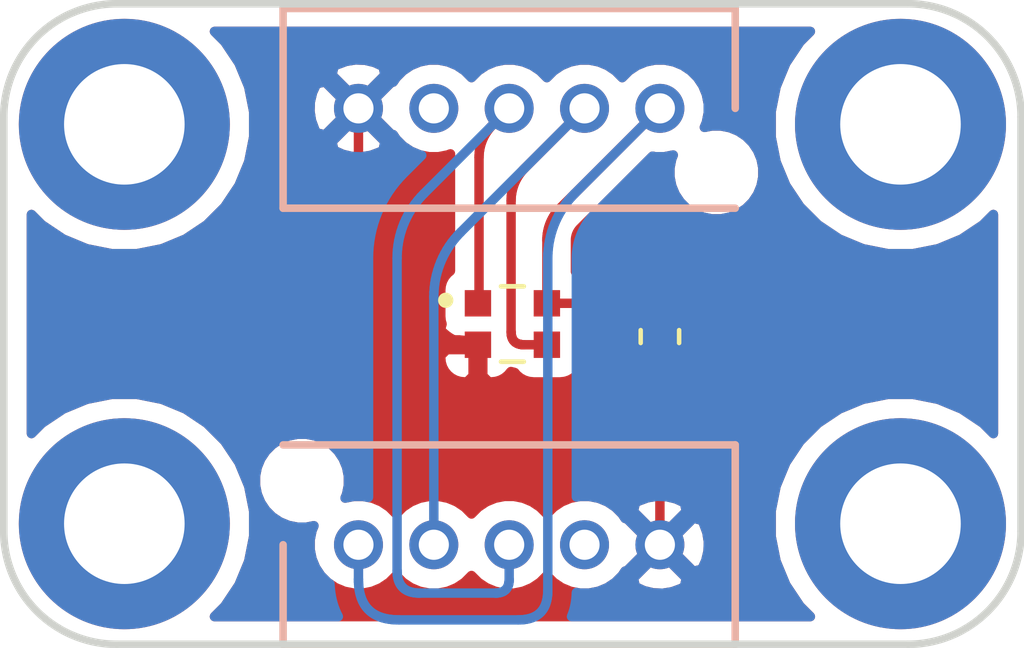
<source format=kicad_pcb>
(kicad_pcb (version 20171130) (host pcbnew "(5.1.10)-1")

  (general
    (thickness 1.6)
    (drawings 8)
    (tracks 312)
    (zones 0)
    (modules 8)
    (nets 7)
  )

  (page A4)
  (layers
    (0 F.Cu signal hide)
    (31 B.Cu signal hide)
    (32 B.Adhes user)
    (33 F.Adhes user)
    (34 B.Paste user)
    (35 F.Paste user)
    (36 B.SilkS user)
    (37 F.SilkS user)
    (38 B.Mask user)
    (39 F.Mask user)
    (40 Dwgs.User user)
    (41 Cmts.User user)
    (42 Eco1.User user)
    (43 Eco2.User user)
    (44 Edge.Cuts user)
    (45 Margin user)
    (46 B.CrtYd user)
    (47 F.CrtYd user)
    (48 B.Fab user)
    (49 F.Fab user)
  )

  (setup
    (last_trace_width 0.25)
    (trace_clearance 0.2)
    (zone_clearance 0.508)
    (zone_45_only no)
    (trace_min 0.2)
    (via_size 0.8)
    (via_drill 0.4)
    (via_min_size 0.4)
    (via_min_drill 0.3)
    (uvia_size 0.3)
    (uvia_drill 0.1)
    (uvias_allowed no)
    (uvia_min_size 0.2)
    (uvia_min_drill 0.1)
    (edge_width 0.05)
    (segment_width 0.2)
    (pcb_text_width 0.3)
    (pcb_text_size 1.5 1.5)
    (mod_edge_width 0.12)
    (mod_text_size 1 1)
    (mod_text_width 0.15)
    (pad_size 5.6 5.6)
    (pad_drill 0)
    (pad_to_mask_clearance 0)
    (aux_axis_origin 0 0)
    (visible_elements 7FFFFFFF)
    (pcbplotparams
      (layerselection 0x010fc_ffffffff)
      (usegerberextensions true)
      (usegerberattributes true)
      (usegerberadvancedattributes true)
      (creategerberjobfile true)
      (excludeedgelayer true)
      (linewidth 0.100000)
      (plotframeref false)
      (viasonmask false)
      (mode 1)
      (useauxorigin false)
      (hpglpennumber 1)
      (hpglpenspeed 20)
      (hpglpendiameter 15.000000)
      (psnegative false)
      (psa4output false)
      (plotreference true)
      (plotvalue true)
      (plotinvisibletext false)
      (padsonsilk false)
      (subtractmaskfromsilk false)
      (outputformat 1)
      (mirror false)
      (drillshape 0)
      (scaleselection 1)
      (outputdirectory "gerber"))
  )

  (net 0 "")
  (net 1 GND)
  (net 2 +5V)
  (net 3 /IN)
  (net 4 /OUT)
  (net 5 "Net-(J1-Pad4)")
  (net 6 "Net-(J2-Pad4)")

  (net_class Default "This is the default net class."
    (clearance 0.2)
    (trace_width 0.25)
    (via_dia 0.8)
    (via_drill 0.4)
    (uvia_dia 0.3)
    (uvia_drill 0.1)
    (add_net +5V)
    (add_net /IN)
    (add_net /OUT)
    (add_net GND)
    (add_net "Net-(J1-Pad4)")
    (add_net "Net-(J2-Pad4)")
  )

  (module footprint:LED_WS2812-2020 (layer F.Cu) (tedit 61165AE8) (tstamp 61431407)
    (at 134.706 99.0055)
    (path /6142F54B)
    (fp_text reference U1 (at 1.17686 -2.09129) (layer F.SilkS) hide
      (effects (font (size 1.00011 1.00011) (thickness 0.15)))
    )
    (fp_text value WS2812-2020 (at 7.355145 1.842715) (layer F.Fab)
      (effects (font (size 1.000591 1.000591) (thickness 0.15)))
    )
    (fp_circle (center -1.77 -0.63) (end -1.667044 -0.63) (layer F.SilkS) (width 0.2))
    (fp_line (start -0.3 1) (end 0.3 1) (layer F.SilkS) (width 0.127))
    (fp_line (start -0.3 -1) (end 0.3 -1) (layer F.SilkS) (width 0.127))
    (fp_circle (center -1.77 -0.63) (end -1.667044 -0.63) (layer F.Fab) (width 0.2))
    (fp_line (start -1.515 -1.25) (end -1.515 1.25) (layer F.CrtYd) (width 0.05))
    (fp_line (start 1.515 -1.25) (end -1.515 -1.25) (layer F.CrtYd) (width 0.05))
    (fp_line (start 1.515 1.25) (end 1.515 -1.25) (layer F.CrtYd) (width 0.05))
    (fp_line (start -1.515 1.25) (end 1.515 1.25) (layer F.CrtYd) (width 0.05))
    (fp_line (start -1.1 1) (end -1.1 -1) (layer F.Fab) (width 0.127))
    (fp_line (start 1.1 1) (end -1.1 1) (layer F.Fab) (width 0.127))
    (fp_line (start 1.1 -1) (end 1.1 1) (layer F.Fab) (width 0.127))
    (fp_line (start -1.1 -1) (end 1.1 -1) (layer F.Fab) (width 0.127))
    (pad 2 smd rect (at -0.915 0.55) (size 0.7 0.7) (layers F.Cu F.Paste F.Mask)
      (net 1 GND))
    (pad 1 smd rect (at -0.915 -0.55) (size 0.7 0.7) (layers F.Cu F.Paste F.Mask)
      (net 4 /OUT))
    (pad 4 smd rect (at 0.915 -0.55) (size 0.7 0.7) (layers F.Cu F.Paste F.Mask)
      (net 2 +5V))
    (pad 3 smd rect (at 0.915 0.55) (size 0.7 0.7) (layers F.Cu F.Paste F.Mask)
      (net 3 /IN))
  )

  (module footprint:B05B-PASK-1 (layer B.Cu) (tedit 6107B9CB) (tstamp 614313F3)
    (at 134.62 93.2815)
    (descr B05B-PASK-1)
    (tags Connector)
    (path /61457AD8)
    (fp_text reference J2 (at -0.389 1.561) (layer B.SilkS) hide
      (effects (font (size 1.27 1.27) (thickness 0.254)) (justify mirror))
    )
    (fp_text value Conn_01x05_Male (at -0.389 1.561) (layer B.SilkS) hide
      (effects (font (size 1.27 1.27) (thickness 0.254)) (justify mirror))
    )
    (fp_line (start -6 2.65) (end 6 2.65) (layer B.Fab) (width 0.2))
    (fp_line (start 6 2.65) (end 6 -2.65) (layer B.Fab) (width 0.2))
    (fp_line (start 6 -2.65) (end -6 -2.65) (layer B.Fab) (width 0.2))
    (fp_line (start -6 -2.65) (end -6 2.65) (layer B.Fab) (width 0.2))
    (fp_line (start 6 2.65) (end -6 2.65) (layer B.SilkS) (width 0.2))
    (fp_line (start -6 2.65) (end -6 -2.65) (layer B.SilkS) (width 0.2))
    (fp_line (start -6 -2.65) (end 6 -2.65) (layer B.SilkS) (width 0.2))
    (fp_line (start 6 -2.65) (end 6 0) (layer B.SilkS) (width 0.2))
    (fp_text user %R (at -0.389 1.561) (layer B.Fab)
      (effects (font (size 1.27 1.27) (thickness 0.254)) (justify mirror))
    )
    (pad 6 np_thru_hole circle (at 5.5 1.7) (size 1.2 0) (drill 1.2) (layers *.Cu *.Mask))
    (pad 1 thru_hole circle (at 4 0) (size 1.3 1.3) (drill 0.8) (layers *.Cu *.Mask)
      (net 2 +5V))
    (pad 2 thru_hole circle (at 2 0) (size 1.3 1.3) (drill 0.8) (layers *.Cu *.Mask)
      (net 3 /IN))
    (pad 3 thru_hole circle (at 0 0) (size 1.3 1.3) (drill 0.8) (layers *.Cu *.Mask)
      (net 4 /OUT))
    (pad 4 thru_hole circle (at -2 0) (size 1.3 1.3) (drill 0.8) (layers *.Cu *.Mask)
      (net 6 "Net-(J2-Pad4)"))
    (pad 5 thru_hole circle (at -4 0) (size 1.3 1.3) (drill 0.8) (layers *.Cu *.Mask)
      (net 1 GND))
  )

  (module footprint:B05B-PASK-1 (layer B.Cu) (tedit 6107B9CB) (tstamp 614313E0)
    (at 134.62 104.8639 180)
    (descr B05B-PASK-1)
    (tags Connector)
    (path /6142EAD0)
    (fp_text reference J1 (at -0.389 1.561) (layer B.SilkS) hide
      (effects (font (size 1.27 1.27) (thickness 0.254)) (justify mirror))
    )
    (fp_text value Conn_01x05_Male (at -0.389 1.561) (layer B.SilkS) hide
      (effects (font (size 1.27 1.27) (thickness 0.254)) (justify mirror))
    )
    (fp_line (start -6 2.65) (end 6 2.65) (layer B.Fab) (width 0.2))
    (fp_line (start 6 2.65) (end 6 -2.65) (layer B.Fab) (width 0.2))
    (fp_line (start 6 -2.65) (end -6 -2.65) (layer B.Fab) (width 0.2))
    (fp_line (start -6 -2.65) (end -6 2.65) (layer B.Fab) (width 0.2))
    (fp_line (start 6 2.65) (end -6 2.65) (layer B.SilkS) (width 0.2))
    (fp_line (start -6 2.65) (end -6 -2.65) (layer B.SilkS) (width 0.2))
    (fp_line (start -6 -2.65) (end 6 -2.65) (layer B.SilkS) (width 0.2))
    (fp_line (start 6 -2.65) (end 6 0) (layer B.SilkS) (width 0.2))
    (fp_text user %R (at -0.389 1.561) (layer B.Fab)
      (effects (font (size 1.27 1.27) (thickness 0.254)) (justify mirror))
    )
    (pad 6 np_thru_hole circle (at 5.5 1.7 180) (size 1.2 0) (drill 1.2) (layers *.Cu *.Mask))
    (pad 1 thru_hole circle (at 4 0 180) (size 1.3 1.3) (drill 0.8) (layers *.Cu *.Mask)
      (net 2 +5V))
    (pad 2 thru_hole circle (at 2 0 180) (size 1.3 1.3) (drill 0.8) (layers *.Cu *.Mask)
      (net 3 /IN))
    (pad 3 thru_hole circle (at 0 0 180) (size 1.3 1.3) (drill 0.8) (layers *.Cu *.Mask)
      (net 4 /OUT))
    (pad 4 thru_hole circle (at -2 0 180) (size 1.3 1.3) (drill 0.8) (layers *.Cu *.Mask)
      (net 5 "Net-(J1-Pad4)"))
    (pad 5 thru_hole circle (at -4 0 180) (size 1.3 1.3) (drill 0.8) (layers *.Cu *.Mask)
      (net 1 GND))
  )

  (module Capacitor_SMD:C_0603_1608Metric_Pad1.05x0.95mm_HandSolder (layer F.Cu) (tedit 5B301BBE) (tstamp 61431385)
    (at 138.6205 99.3381 270)
    (descr "Capacitor SMD 0603 (1608 Metric), square (rectangular) end terminal, IPC_7351 nominal with elongated pad for handsoldering. (Body size source: http://www.tortai-tech.com/upload/download/2011102023233369053.pdf), generated with kicad-footprint-generator")
    (tags "capacitor handsolder")
    (path /6142F55D)
    (attr smd)
    (fp_text reference C1 (at 0 -1.43 90) (layer F.SilkS) hide
      (effects (font (size 1 1) (thickness 0.15)))
    )
    (fp_text value C_Small (at 0 1.43 90) (layer F.Fab)
      (effects (font (size 1 1) (thickness 0.15)))
    )
    (fp_line (start 1.65 0.73) (end -1.65 0.73) (layer F.CrtYd) (width 0.05))
    (fp_line (start 1.65 -0.73) (end 1.65 0.73) (layer F.CrtYd) (width 0.05))
    (fp_line (start -1.65 -0.73) (end 1.65 -0.73) (layer F.CrtYd) (width 0.05))
    (fp_line (start -1.65 0.73) (end -1.65 -0.73) (layer F.CrtYd) (width 0.05))
    (fp_line (start -0.171267 0.51) (end 0.171267 0.51) (layer F.SilkS) (width 0.12))
    (fp_line (start -0.171267 -0.51) (end 0.171267 -0.51) (layer F.SilkS) (width 0.12))
    (fp_line (start 0.8 0.4) (end -0.8 0.4) (layer F.Fab) (width 0.1))
    (fp_line (start 0.8 -0.4) (end 0.8 0.4) (layer F.Fab) (width 0.1))
    (fp_line (start -0.8 -0.4) (end 0.8 -0.4) (layer F.Fab) (width 0.1))
    (fp_line (start -0.8 0.4) (end -0.8 -0.4) (layer F.Fab) (width 0.1))
    (fp_text user %R (at 0 0 90) (layer F.Fab)
      (effects (font (size 0.4 0.4) (thickness 0.06)))
    )
    (pad 2 smd roundrect (at 0.875 0 270) (size 1.05 0.95) (layers F.Cu F.Paste F.Mask) (roundrect_rratio 0.25)
      (net 1 GND))
    (pad 1 smd roundrect (at -0.875 0 270) (size 1.05 0.95) (layers F.Cu F.Paste F.Mask) (roundrect_rratio 0.25)
      (net 2 +5V))
    (model ${KISYS3DMOD}/Capacitor_SMD.3dshapes/C_0603_1608Metric.wrl
      (at (xyz 0 0 0))
      (scale (xyz 1 1 1))
      (rotate (xyz 0 0 0))
    )
  )

  (module MountingHole:MountingHole_3.2mm_M3_DIN965_Pad_TopBottom (layer F.Cu) (tedit 56D1B4CB) (tstamp 61432AEA)
    (at 124.406 104.3055)
    (descr "Mounting Hole 3.2mm, M3, DIN965")
    (tags "mounting hole 3.2mm m3 din965")
    (path /61435A0F)
    (attr virtual)
    (fp_text reference H3 (at 0 -3.8) (layer F.SilkS) hide
      (effects (font (size 1 1) (thickness 0.15)))
    )
    (fp_text value MountingHole (at 0 3.8) (layer F.Fab)
      (effects (font (size 1 1) (thickness 0.15)))
    )
    (fp_circle (center 0 0) (end 2.8 0) (layer Cmts.User) (width 0.15))
    (fp_circle (center 0 0) (end 3.05 0) (layer F.CrtYd) (width 0.05))
    (fp_text user %R (at 0.3 0) (layer F.Fab)
      (effects (font (size 1 1) (thickness 0.15)))
    )
    (pad 1 connect circle (at 0 0) (size 5.6 5.6) (layers B.Cu B.Mask))
    (pad 1 connect circle (at 0 0) (size 5.6 5.6) (layers F.Cu F.Mask))
    (pad 1 thru_hole circle (at 0 0) (size 3.6 3.6) (drill 3.2) (layers *.Cu *.Mask))
  )

  (module MountingHole:MountingHole_3.2mm_M3_DIN965_Pad_TopBottom (layer F.Cu) (tedit 56D1B4CB) (tstamp 61432AF4)
    (at 145.006 104.3055)
    (descr "Mounting Hole 3.2mm, M3, DIN965")
    (tags "mounting hole 3.2mm m3 din965")
    (path /61435A15)
    (attr virtual)
    (fp_text reference H4 (at 0 -3.8) (layer F.SilkS) hide
      (effects (font (size 1 1) (thickness 0.15)))
    )
    (fp_text value MountingHole (at 0 3.8) (layer F.Fab)
      (effects (font (size 1 1) (thickness 0.15)))
    )
    (fp_circle (center 0 0) (end 2.8 0) (layer Cmts.User) (width 0.15))
    (fp_circle (center 0 0) (end 3.05 0) (layer F.CrtYd) (width 0.05))
    (fp_text user %R (at 0.3 0) (layer F.Fab)
      (effects (font (size 1 1) (thickness 0.15)))
    )
    (pad 1 connect circle (at 0 0) (size 5.6 5.6) (layers B.Cu B.Mask))
    (pad 1 connect circle (at 0 0) (size 5.6 5.6) (layers F.Cu F.Mask))
    (pad 1 thru_hole circle (at 0 0) (size 3.6 3.6) (drill 3.2) (layers *.Cu *.Mask))
  )

  (module MountingHole:MountingHole_3.2mm_M3_DIN965_Pad_TopBottom (layer F.Cu) (tedit 56D1B4CB) (tstamp 61432AE0)
    (at 145.006 93.705501)
    (descr "Mounting Hole 3.2mm, M3, DIN965")
    (tags "mounting hole 3.2mm m3 din965")
    (path /61434D72)
    (attr virtual)
    (fp_text reference H2 (at 0 -3.8) (layer F.SilkS) hide
      (effects (font (size 1 1) (thickness 0.15)))
    )
    (fp_text value MountingHole (at 0 3.8) (layer F.Fab)
      (effects (font (size 1 1) (thickness 0.15)))
    )
    (fp_circle (center 0 0) (end 2.8 0) (layer Cmts.User) (width 0.15))
    (fp_circle (center 0 0) (end 3.05 0) (layer F.CrtYd) (width 0.05))
    (fp_text user %R (at 0.3 0) (layer F.Fab)
      (effects (font (size 1 1) (thickness 0.15)))
    )
    (pad 1 connect circle (at 0 0) (size 5.6 5.6) (layers B.Cu B.Mask))
    (pad 1 connect circle (at 0 0) (size 5.6 5.6) (layers F.Cu F.Mask))
    (pad 1 thru_hole circle (at 0 0) (size 3.6 3.6) (drill 3.2) (layers *.Cu *.Mask))
  )

  (module MountingHole:MountingHole_3.2mm_M3_DIN965_Pad_TopBottom (layer F.Cu) (tedit 56D1B4CB) (tstamp 61432AD6)
    (at 124.406 93.705501)
    (descr "Mounting Hole 3.2mm, M3, DIN965")
    (tags "mounting hole 3.2mm m3 din965")
    (path /6143415B)
    (attr virtual)
    (fp_text reference H1 (at 0 -3.8) (layer F.SilkS) hide
      (effects (font (size 1 1) (thickness 0.15)))
    )
    (fp_text value MountingHole (at 0 3.8) (layer F.Fab)
      (effects (font (size 1 1) (thickness 0.15)))
    )
    (fp_circle (center 0 0) (end 2.8 0) (layer Cmts.User) (width 0.15))
    (fp_circle (center 0 0) (end 3.05 0) (layer F.CrtYd) (width 0.05))
    (fp_text user %R (at 0.3 0) (layer F.Fab)
      (effects (font (size 1 1) (thickness 0.15)))
    )
    (pad 1 connect circle (at 0 0) (size 5.6 5.6) (layers B.Cu B.Mask))
    (pad 1 connect circle (at 0 0) (size 5.6 5.6) (layers F.Cu F.Mask))
    (pad 1 thru_hole circle (at 0 0) (size 3.6 3.6) (drill 3.2) (layers *.Cu *.Mask))
  )

  (gr_line (start 145.205999 90.505501) (end 124.206 90.505501) (layer Edge.Cuts) (width 0.2))
  (gr_arc (start 124.206 93.505501) (end 124.206 90.505501) (angle -90) (layer Edge.Cuts) (width 0.2))
  (gr_line (start 121.206 93.505501) (end 121.206 104.5055) (layer Edge.Cuts) (width 0.2))
  (gr_arc (start 145.206 104.5055) (end 145.206 107.5055) (angle -90) (layer Edge.Cuts) (width 0.2))
  (gr_arc (start 124.206 104.5055) (end 121.206 104.5055) (angle -90) (layer Edge.Cuts) (width 0.2))
  (gr_arc (start 145.205999 93.505501) (end 148.205999 93.505501) (angle -90) (layer Edge.Cuts) (width 0.2))
  (gr_line (start 148.206 104.5055) (end 148.205999 93.505501) (layer Edge.Cuts) (width 0.2))
  (gr_line (start 124.206 107.5055) (end 145.206 107.5055) (layer Edge.Cuts) (width 0.2))

  (segment (start 138.6205 104.8634) (end 138.62 104.8639) (width 0.25) (layer F.Cu) (net 1))
  (segment (start 138.6205 100.2131) (end 138.6205 104.8634) (width 0.25) (layer F.Cu) (net 1))
  (segment (start 130.62 95.9845) (end 130.62 93.2815) (width 0.25) (layer F.Cu) (net 1))
  (segment (start 130.62 95.9845) (end 130.622907 96.102959) (width 0.25) (layer F.Cu) (net 1) (tstamp D9))
  (segment (start 130.622907 96.102959) (end 130.631624 96.221134) (width 0.25) (layer F.Cu) (net 1) (tstamp D9))
  (segment (start 130.631624 96.221134) (end 130.646129 96.338738) (width 0.25) (layer F.Cu) (net 1) (tstamp D9))
  (segment (start 130.646129 96.338738) (end 130.666387 96.455489) (width 0.25) (layer F.Cu) (net 1) (tstamp D9))
  (segment (start 130.666387 96.455489) (end 130.692349 96.571105) (width 0.25) (layer F.Cu) (net 1) (tstamp D9))
  (segment (start 130.692349 96.571105) (end 130.723954 96.685309) (width 0.25) (layer F.Cu) (net 1) (tstamp D9))
  (segment (start 130.723954 96.685309) (end 130.761124 96.797823) (width 0.25) (layer F.Cu) (net 1) (tstamp D9))
  (segment (start 130.761124 96.797823) (end 130.80377 96.908379) (width 0.25) (layer F.Cu) (net 1) (tstamp D9))
  (segment (start 130.80377 96.908379) (end 130.851789 97.016708) (width 0.25) (layer F.Cu) (net 1) (tstamp D9))
  (segment (start 130.851789 97.016708) (end 130.905066 97.122552) (width 0.25) (layer F.Cu) (net 1) (tstamp D9))
  (segment (start 130.905066 97.122552) (end 130.963472 97.225653) (width 0.25) (layer F.Cu) (net 1) (tstamp D9))
  (segment (start 130.963472 97.225653) (end 131.026867 97.325764) (width 0.25) (layer F.Cu) (net 1) (tstamp D9))
  (segment (start 131.026867 97.325764) (end 131.095098 97.422644) (width 0.25) (layer F.Cu) (net 1) (tstamp D9))
  (segment (start 131.095098 97.422644) (end 131.168 97.51606) (width 0.25) (layer F.Cu) (net 1) (tstamp D9))
  (segment (start 131.168 97.51606) (end 131.245398 97.605786) (width 0.25) (layer F.Cu) (net 1) (tstamp D9))
  (segment (start 131.245398 97.605786) (end 131.327106 97.691606) (width 0.25) (layer F.Cu) (net 1) (tstamp D9))
  (segment (start 133.691 99.5555) (end 133.791 99.5555) (width 0.25) (layer F.Cu) (net 1))
  (segment (start 133.691 99.5555) (end 133.63177 99.554045) (width 0.25) (layer F.Cu) (net 1) (tstamp D9))
  (segment (start 133.63177 99.554045) (end 133.572682 99.549687) (width 0.25) (layer F.Cu) (net 1) (tstamp D9))
  (segment (start 133.572682 99.549687) (end 133.51388 99.542434) (width 0.25) (layer F.Cu) (net 1) (tstamp D9))
  (segment (start 133.51388 99.542434) (end 133.455504 99.532305) (width 0.25) (layer F.Cu) (net 1) (tstamp D9))
  (segment (start 133.455504 99.532305) (end 133.397696 99.519324) (width 0.25) (layer F.Cu) (net 1) (tstamp D9))
  (segment (start 133.397696 99.519324) (end 133.340595 99.503522) (width 0.25) (layer F.Cu) (net 1) (tstamp D9))
  (segment (start 133.340595 99.503522) (end 133.284337 99.484937) (width 0.25) (layer F.Cu) (net 1) (tstamp D9))
  (segment (start 133.284337 99.484937) (end 133.229059 99.463614) (width 0.25) (layer F.Cu) (net 1) (tstamp D9))
  (segment (start 133.229059 99.463614) (end 133.174894 99.439604) (width 0.25) (layer F.Cu) (net 1) (tstamp D9))
  (segment (start 133.174894 99.439604) (end 133.121973 99.412966) (width 0.25) (layer F.Cu) (net 1) (tstamp D9))
  (segment (start 133.121973 99.412966) (end 133.070422 99.383763) (width 0.25) (layer F.Cu) (net 1) (tstamp D9))
  (segment (start 133.070422 99.383763) (end 133.020366 99.352065) (width 0.25) (layer F.Cu) (net 1) (tstamp D9))
  (segment (start 133.020366 99.352065) (end 132.971926 99.31795) (width 0.25) (layer F.Cu) (net 1) (tstamp D9))
  (segment (start 132.971926 99.31795) (end 132.925218 99.281499) (width 0.25) (layer F.Cu) (net 1) (tstamp D9))
  (segment (start 132.925218 99.281499) (end 132.880355 99.2428) (width 0.25) (layer F.Cu) (net 1) (tstamp D9))
  (segment (start 132.880355 99.2428) (end 132.837446 99.201946) (width 0.25) (layer F.Cu) (net 1) (tstamp D9))
  (segment (start 132.837446 99.201946) (end 131.327106 97.691606) (width 0.25) (layer F.Cu) (net 1))
  (segment (start 130.62 105.783138) (end 130.621117 105.851351) (width 0.25) (layer B.Cu) (net 2))
  (segment (start 130.621117 105.851351) (end 130.624472 105.91733) (width 0.25) (layer B.Cu) (net 2))
  (segment (start 130.624472 105.91733) (end 130.630062 105.981071) (width 0.25) (layer B.Cu) (net 2))
  (segment (start 130.630062 105.981071) (end 130.637891 106.042577) (width 0.25) (layer B.Cu) (net 2))
  (segment (start 130.637891 106.042577) (end 130.647956 106.101845) (width 0.25) (layer B.Cu) (net 2))
  (segment (start 130.647956 106.101845) (end 130.660256 106.158877) (width 0.25) (layer B.Cu) (net 2))
  (segment (start 130.660256 106.158877) (end 130.674794 106.213672) (width 0.25) (layer B.Cu) (net 2))
  (segment (start 130.674794 106.213672) (end 130.691568 106.266232) (width 0.25) (layer B.Cu) (net 2))
  (segment (start 130.691568 106.266232) (end 130.710579 106.316553) (width 0.25) (layer B.Cu) (net 2))
  (segment (start 130.710579 106.316553) (end 130.731826 106.364639) (width 0.25) (layer B.Cu) (net 2))
  (segment (start 130.731826 106.364639) (end 130.75531 106.410489) (width 0.25) (layer B.Cu) (net 2))
  (segment (start 130.75531 106.410489) (end 130.78103 106.454101) (width 0.25) (layer B.Cu) (net 2))
  (segment (start 130.78103 106.454101) (end 130.808987 106.495478) (width 0.25) (layer B.Cu) (net 2))
  (segment (start 130.808987 106.495478) (end 130.83918 106.534617) (width 0.25) (layer B.Cu) (net 2))
  (segment (start 130.83918 106.534617) (end 130.87161 106.57152) (width 0.25) (layer B.Cu) (net 2))
  (segment (start 130.87161 106.57152) (end 130.906277 106.606186) (width 0.25) (layer B.Cu) (net 2))
  (segment (start 130.906277 106.606186) (end 130.94318 106.638617) (width 0.25) (layer B.Cu) (net 2))
  (segment (start 130.94318 106.638617) (end 130.982319 106.66881) (width 0.25) (layer B.Cu) (net 2))
  (segment (start 130.982319 106.66881) (end 131.023695 106.696767) (width 0.25) (layer B.Cu) (net 2))
  (segment (start 131.023695 106.696767) (end 131.067308 106.722487) (width 0.25) (layer B.Cu) (net 2))
  (segment (start 131.067308 106.722487) (end 131.113157 106.74597) (width 0.25) (layer B.Cu) (net 2))
  (segment (start 131.113157 106.74597) (end 131.161244 106.767218) (width 0.25) (layer B.Cu) (net 2))
  (segment (start 131.161244 106.767218) (end 131.211565 106.786229) (width 0.25) (layer B.Cu) (net 2))
  (segment (start 131.211565 106.786229) (end 131.264124 106.803003) (width 0.25) (layer B.Cu) (net 2))
  (segment (start 131.264124 106.803003) (end 131.31892 106.817541) (width 0.25) (layer B.Cu) (net 2))
  (segment (start 131.31892 106.817541) (end 131.375952 106.829842) (width 0.25) (layer B.Cu) (net 2))
  (segment (start 131.375952 106.829842) (end 131.43522 106.839906) (width 0.25) (layer B.Cu) (net 2))
  (segment (start 131.43522 106.839906) (end 131.496726 106.847733) (width 0.25) (layer B.Cu) (net 2))
  (segment (start 131.496726 106.847733) (end 131.560468 106.853326) (width 0.25) (layer B.Cu) (net 2))
  (segment (start 131.560468 106.853326) (end 131.626445 106.85668) (width 0.25) (layer B.Cu) (net 2))
  (segment (start 131.626445 106.85668) (end 131.694662 106.8578) (width 0.25) (layer B.Cu) (net 2))
  (segment (start 134.8613 106.8578) (end 134.911044 106.856982) (width 0.25) (layer B.Cu) (net 2))
  (segment (start 134.911044 106.856982) (end 134.959159 106.854537) (width 0.25) (layer B.Cu) (net 2))
  (segment (start 134.959159 106.854537) (end 135.005642 106.850458) (width 0.25) (layer B.Cu) (net 2))
  (segment (start 135.005642 106.850458) (end 135.050496 106.844751) (width 0.25) (layer B.Cu) (net 2))
  (segment (start 135.050496 106.844751) (end 135.093718 106.837411) (width 0.25) (layer B.Cu) (net 2))
  (segment (start 135.093718 106.837411) (end 135.135308 106.828441) (width 0.25) (layer B.Cu) (net 2))
  (segment (start 135.135308 106.828441) (end 135.175268 106.817838) (width 0.25) (layer B.Cu) (net 2))
  (segment (start 135.175268 106.817838) (end 135.213596 106.805607) (width 0.25) (layer B.Cu) (net 2))
  (segment (start 135.213596 106.805607) (end 135.250294 106.791743) (width 0.25) (layer B.Cu) (net 2))
  (segment (start 135.250294 106.791743) (end 135.285361 106.776247) (width 0.25) (layer B.Cu) (net 2))
  (segment (start 135.285361 106.776247) (end 135.318795 106.759123) (width 0.25) (layer B.Cu) (net 2))
  (segment (start 135.318795 106.759123) (end 135.350601 106.740366) (width 0.25) (layer B.Cu) (net 2))
  (segment (start 135.350601 106.740366) (end 135.380774 106.719979) (width 0.25) (layer B.Cu) (net 2))
  (segment (start 135.380774 106.719979) (end 135.409318 106.69796) (width 0.25) (layer B.Cu) (net 2))
  (segment (start 135.409318 106.69796) (end 135.436228 106.67431) (width 0.25) (layer B.Cu) (net 2))
  (segment (start 135.436228 106.67431) (end 135.461509 106.649029) (width 0.25) (layer B.Cu) (net 2))
  (segment (start 135.461509 106.649029) (end 135.485159 106.622118) (width 0.25) (layer B.Cu) (net 2))
  (segment (start 135.485159 106.622118) (end 135.507178 106.593576) (width 0.25) (layer B.Cu) (net 2))
  (segment (start 135.507178 106.593576) (end 135.527565 106.563401) (width 0.25) (layer B.Cu) (net 2))
  (segment (start 135.527565 106.563401) (end 135.546322 106.531597) (width 0.25) (layer B.Cu) (net 2))
  (segment (start 135.546322 106.531597) (end 135.563447 106.498161) (width 0.25) (layer B.Cu) (net 2))
  (segment (start 135.563447 106.498161) (end 135.578941 106.463094) (width 0.25) (layer B.Cu) (net 2))
  (segment (start 135.578941 106.463094) (end 135.592805 106.426398) (width 0.25) (layer B.Cu) (net 2))
  (segment (start 135.592805 106.426398) (end 135.605038 106.388068) (width 0.25) (layer B.Cu) (net 2))
  (segment (start 135.605038 106.388068) (end 135.615639 106.348109) (width 0.25) (layer B.Cu) (net 2))
  (segment (start 135.615639 106.348109) (end 135.62461 106.306518) (width 0.25) (layer B.Cu) (net 2))
  (segment (start 135.62461 106.306518) (end 135.63195 106.263297) (width 0.25) (layer B.Cu) (net 2))
  (segment (start 135.63195 106.263297) (end 135.637658 106.218443) (width 0.25) (layer B.Cu) (net 2))
  (segment (start 135.637658 106.218443) (end 135.641735 106.17196) (width 0.25) (layer B.Cu) (net 2))
  (segment (start 135.641735 106.17196) (end 135.644182 106.123845) (width 0.25) (layer B.Cu) (net 2))
  (segment (start 135.644182 106.123845) (end 135.644999 106.074101) (width 0.25) (layer B.Cu) (net 2))
  (segment (start 131.694662 106.8578) (end 134.8613 106.8578) (width 0.25) (layer B.Cu) (net 2))
  (segment (start 130.62 104.8639) (end 130.62 105.783138) (width 0.25) (layer B.Cu) (net 2))
  (segment (start 135.644999 97.256501) (end 135.644999 106.074101) (width 0.25) (layer B.Cu) (net 2))
  (segment (start 135.644999 97.256501) (end 135.647906 97.138041) (width 0.25) (layer B.Cu) (net 2) (tstamp B6))
  (segment (start 135.647906 97.138041) (end 135.656623 97.019866) (width 0.25) (layer B.Cu) (net 2) (tstamp B6))
  (segment (start 135.656623 97.019866) (end 135.671128 96.902262) (width 0.25) (layer B.Cu) (net 2) (tstamp B6))
  (segment (start 135.671128 96.902262) (end 135.691386 96.785511) (width 0.25) (layer B.Cu) (net 2) (tstamp B6))
  (segment (start 135.691386 96.785511) (end 135.717349 96.669894) (width 0.25) (layer B.Cu) (net 2) (tstamp B6))
  (segment (start 135.717349 96.669894) (end 135.748953 96.555691) (width 0.25) (layer B.Cu) (net 2) (tstamp B6))
  (segment (start 135.748953 96.555691) (end 135.786123 96.443176) (width 0.25) (layer B.Cu) (net 2) (tstamp B6))
  (segment (start 135.786123 96.443176) (end 135.828769 96.332621) (width 0.25) (layer B.Cu) (net 2) (tstamp B6))
  (segment (start 135.828769 96.332621) (end 135.876788 96.224291) (width 0.25) (layer B.Cu) (net 2) (tstamp B6))
  (segment (start 135.876788 96.224291) (end 135.930065 96.118448) (width 0.25) (layer B.Cu) (net 2) (tstamp B6))
  (segment (start 135.930065 96.118448) (end 135.988471 96.015347) (width 0.25) (layer B.Cu) (net 2) (tstamp B6))
  (segment (start 135.988471 96.015347) (end 136.051866 95.915235) (width 0.25) (layer B.Cu) (net 2) (tstamp B6))
  (segment (start 136.051866 95.915235) (end 136.120097 95.818355) (width 0.25) (layer B.Cu) (net 2) (tstamp B6))
  (segment (start 136.120097 95.818355) (end 136.192999 95.724939) (width 0.25) (layer B.Cu) (net 2) (tstamp B6))
  (segment (start 136.192999 95.724939) (end 136.270397 95.635214) (width 0.25) (layer B.Cu) (net 2) (tstamp B6))
  (segment (start 136.270397 95.635214) (end 136.352105 95.549394) (width 0.25) (layer B.Cu) (net 2) (tstamp B6))
  (segment (start 136.352105 95.549394) (end 138.62 93.2815) (width 0.25) (layer B.Cu) (net 2))
  (segment (start 138.6129 98.4555) (end 138.6205 98.4631) (width 0.25) (layer F.Cu) (net 2))
  (segment (start 135.621 98.4555) (end 138.6129 98.4555) (width 0.25) (layer F.Cu) (net 2))
  (segment (start 135.621 96.7805) (end 135.621 98.4555) (width 0.25) (layer F.Cu) (net 2))
  (segment (start 135.621 96.7805) (end 135.622453 96.72127) (width 0.25) (layer F.Cu) (net 2) (tstamp B6))
  (segment (start 135.622453 96.72127) (end 135.626812 96.662182) (width 0.25) (layer F.Cu) (net 2) (tstamp B6))
  (segment (start 135.626812 96.662182) (end 135.634064 96.60338) (width 0.25) (layer F.Cu) (net 2) (tstamp B6))
  (segment (start 135.634064 96.60338) (end 135.644193 96.545004) (width 0.25) (layer F.Cu) (net 2) (tstamp B6))
  (segment (start 135.644193 96.545004) (end 135.657175 96.487196) (width 0.25) (layer F.Cu) (net 2) (tstamp B6))
  (segment (start 135.657175 96.487196) (end 135.672977 96.430095) (width 0.25) (layer F.Cu) (net 2) (tstamp B6))
  (segment (start 135.672977 96.430095) (end 135.691562 96.373837) (width 0.25) (layer F.Cu) (net 2) (tstamp B6))
  (segment (start 135.691562 96.373837) (end 135.712885 96.318559) (width 0.25) (layer F.Cu) (net 2) (tstamp B6))
  (segment (start 135.712885 96.318559) (end 135.736894 96.264394) (width 0.25) (layer F.Cu) (net 2) (tstamp B6))
  (segment (start 135.736894 96.264394) (end 135.763533 96.211473) (width 0.25) (layer F.Cu) (net 2) (tstamp B6))
  (segment (start 135.763533 96.211473) (end 135.792736 96.159922) (width 0.25) (layer F.Cu) (net 2) (tstamp B6))
  (segment (start 135.792736 96.159922) (end 135.824433 96.109866) (width 0.25) (layer F.Cu) (net 2) (tstamp B6))
  (segment (start 135.824433 96.109866) (end 135.858548 96.061426) (width 0.25) (layer F.Cu) (net 2) (tstamp B6))
  (segment (start 135.858548 96.061426) (end 135.895 96.014718) (width 0.25) (layer F.Cu) (net 2) (tstamp B6))
  (segment (start 135.895 96.014718) (end 135.933699 95.969855) (width 0.25) (layer F.Cu) (net 2) (tstamp B6))
  (segment (start 135.933699 95.969855) (end 135.974553 95.926946) (width 0.25) (layer F.Cu) (net 2) (tstamp B6))
  (segment (start 135.974553 95.926946) (end 138.62 93.2815) (width 0.25) (layer F.Cu) (net 2))
  (segment (start 134.6708 99.2053) (end 134.671163 99.227528) (width 0.25) (layer F.Cu) (net 3))
  (segment (start 134.671163 99.227528) (end 134.672257 99.249028) (width 0.25) (layer F.Cu) (net 3))
  (segment (start 134.672257 99.249028) (end 134.674078 99.2698) (width 0.25) (layer F.Cu) (net 3))
  (segment (start 134.674078 99.2698) (end 134.676629 99.289842) (width 0.25) (layer F.Cu) (net 3))
  (segment (start 134.676629 99.289842) (end 134.67991 99.309156) (width 0.25) (layer F.Cu) (net 3))
  (segment (start 134.67991 99.309156) (end 134.683917 99.327741) (width 0.25) (layer F.Cu) (net 3))
  (segment (start 134.683917 99.327741) (end 134.688655 99.345597) (width 0.25) (layer F.Cu) (net 3))
  (segment (start 134.688655 99.345597) (end 134.694121 99.362724) (width 0.25) (layer F.Cu) (net 3))
  (segment (start 134.694121 99.362724) (end 134.700316 99.379123) (width 0.25) (layer F.Cu) (net 3))
  (segment (start 134.700316 99.379123) (end 134.70724 99.394793) (width 0.25) (layer F.Cu) (net 3))
  (segment (start 134.70724 99.394793) (end 134.714892 99.409733) (width 0.25) (layer F.Cu) (net 3))
  (segment (start 134.714892 99.409733) (end 134.723274 99.423946) (width 0.25) (layer F.Cu) (net 3))
  (segment (start 134.723274 99.423946) (end 134.732384 99.437429) (width 0.25) (layer F.Cu) (net 3))
  (segment (start 134.732384 99.437429) (end 134.742223 99.450183) (width 0.25) (layer F.Cu) (net 3))
  (segment (start 134.742223 99.450183) (end 134.752791 99.46221) (width 0.25) (layer F.Cu) (net 3))
  (segment (start 134.752791 99.46221) (end 134.764088 99.473506) (width 0.25) (layer F.Cu) (net 3))
  (segment (start 134.764088 99.473506) (end 134.776114 99.484075) (width 0.25) (layer F.Cu) (net 3))
  (segment (start 134.776114 99.484075) (end 134.788868 99.493913) (width 0.25) (layer F.Cu) (net 3))
  (segment (start 134.788868 99.493913) (end 134.802351 99.503023) (width 0.25) (layer F.Cu) (net 3))
  (segment (start 134.802351 99.503023) (end 134.816564 99.511404) (width 0.25) (layer F.Cu) (net 3))
  (segment (start 134.816564 99.511404) (end 134.831504 99.519058) (width 0.25) (layer F.Cu) (net 3))
  (segment (start 134.831504 99.519058) (end 134.847173 99.525982) (width 0.25) (layer F.Cu) (net 3))
  (segment (start 134.847173 99.525982) (end 134.863572 99.532176) (width 0.25) (layer F.Cu) (net 3))
  (segment (start 134.863572 99.532176) (end 134.8807 99.537642) (width 0.25) (layer F.Cu) (net 3))
  (segment (start 134.8807 99.537642) (end 134.898556 99.54238) (width 0.25) (layer F.Cu) (net 3))
  (segment (start 134.898556 99.54238) (end 134.917141 99.546388) (width 0.25) (layer F.Cu) (net 3))
  (segment (start 134.917141 99.546388) (end 134.936455 99.549668) (width 0.25) (layer F.Cu) (net 3))
  (segment (start 134.936455 99.549668) (end 134.956497 99.552219) (width 0.25) (layer F.Cu) (net 3))
  (segment (start 134.956497 99.552219) (end 134.977269 99.554041) (width 0.25) (layer F.Cu) (net 3))
  (segment (start 134.977269 99.554041) (end 134.99877 99.555135) (width 0.25) (layer F.Cu) (net 3))
  (segment (start 134.99877 99.555135) (end 135.021 99.5555) (width 0.25) (layer F.Cu) (net 3))
  (segment (start 133.327106 96.574393) (end 136.62 93.2815) (width 0.25) (layer B.Cu) (net 3))
  (segment (start 133.327106 96.574393) (end 133.245398 96.660212) (width 0.25) (layer B.Cu) (net 3) (tstamp C6))
  (segment (start 133.245398 96.660212) (end 133.168 96.749938) (width 0.25) (layer B.Cu) (net 3) (tstamp C6))
  (segment (start 133.168 96.749938) (end 133.095098 96.843354) (width 0.25) (layer B.Cu) (net 3) (tstamp C6))
  (segment (start 133.095098 96.843354) (end 133.026867 96.940234) (width 0.25) (layer B.Cu) (net 3) (tstamp C6))
  (segment (start 133.026867 96.940234) (end 132.963472 97.040345) (width 0.25) (layer B.Cu) (net 3) (tstamp C6))
  (segment (start 132.963472 97.040345) (end 132.905066 97.143447) (width 0.25) (layer B.Cu) (net 3) (tstamp C6))
  (segment (start 132.905066 97.143447) (end 132.851789 97.24929) (width 0.25) (layer B.Cu) (net 3) (tstamp C6))
  (segment (start 132.851789 97.24929) (end 132.80377 97.35762) (width 0.25) (layer B.Cu) (net 3) (tstamp C6))
  (segment (start 132.80377 97.35762) (end 132.761124 97.468175) (width 0.25) (layer B.Cu) (net 3) (tstamp C6))
  (segment (start 132.761124 97.468175) (end 132.723954 97.58069) (width 0.25) (layer B.Cu) (net 3) (tstamp C6))
  (segment (start 132.723954 97.58069) (end 132.69235 97.694893) (width 0.25) (layer B.Cu) (net 3) (tstamp C6))
  (segment (start 132.69235 97.694893) (end 132.666387 97.81051) (width 0.25) (layer B.Cu) (net 3) (tstamp C6))
  (segment (start 132.666387 97.81051) (end 132.646129 97.927261) (width 0.25) (layer B.Cu) (net 3) (tstamp C6))
  (segment (start 132.646129 97.927261) (end 132.631624 98.044865) (width 0.25) (layer B.Cu) (net 3) (tstamp C6))
  (segment (start 132.631624 98.044865) (end 132.622907 98.16304) (width 0.25) (layer B.Cu) (net 3) (tstamp C6))
  (segment (start 132.622907 98.16304) (end 132.62 98.2815) (width 0.25) (layer B.Cu) (net 3) (tstamp C6))
  (segment (start 132.62 98.2815) (end 132.62 104.8639) (width 0.25) (layer B.Cu) (net 3))
  (segment (start 135.621 99.5555) (end 135.021 99.5555) (width 0.25) (layer F.Cu) (net 3))
  (segment (start 135.024353 94.877146) (end 136.62 93.2815) (width 0.25) (layer F.Cu) (net 3))
  (segment (start 135.024353 94.877146) (end 134.983499 94.920055) (width 0.25) (layer F.Cu) (net 3) (tstamp C6))
  (segment (start 134.983499 94.920055) (end 134.9448 94.964918) (width 0.25) (layer F.Cu) (net 3) (tstamp C6))
  (segment (start 134.9448 94.964918) (end 134.908348 95.011626) (width 0.25) (layer F.Cu) (net 3) (tstamp C6))
  (segment (start 134.908348 95.011626) (end 134.874233 95.060066) (width 0.25) (layer F.Cu) (net 3) (tstamp C6))
  (segment (start 134.874233 95.060066) (end 134.842536 95.110122) (width 0.25) (layer F.Cu) (net 3) (tstamp C6))
  (segment (start 134.842536 95.110122) (end 134.813333 95.161673) (width 0.25) (layer F.Cu) (net 3) (tstamp C6))
  (segment (start 134.813333 95.161673) (end 134.786694 95.214594) (width 0.25) (layer F.Cu) (net 3) (tstamp C6))
  (segment (start 134.786694 95.214594) (end 134.762685 95.268759) (width 0.25) (layer F.Cu) (net 3) (tstamp C6))
  (segment (start 134.762685 95.268759) (end 134.741362 95.324037) (width 0.25) (layer F.Cu) (net 3) (tstamp C6))
  (segment (start 134.741362 95.324037) (end 134.722777 95.380295) (width 0.25) (layer F.Cu) (net 3) (tstamp C6))
  (segment (start 134.722777 95.380295) (end 134.706975 95.437396) (width 0.25) (layer F.Cu) (net 3) (tstamp C6))
  (segment (start 134.706975 95.437396) (end 134.693993 95.495204) (width 0.25) (layer F.Cu) (net 3) (tstamp C6))
  (segment (start 134.693993 95.495204) (end 134.683864 95.55358) (width 0.25) (layer F.Cu) (net 3) (tstamp C6))
  (segment (start 134.683864 95.55358) (end 134.676612 95.612382) (width 0.25) (layer F.Cu) (net 3) (tstamp C6))
  (segment (start 134.676612 95.612382) (end 134.672253 95.67147) (width 0.25) (layer F.Cu) (net 3) (tstamp C6))
  (segment (start 134.672253 95.67147) (end 134.6708 95.7307) (width 0.25) (layer F.Cu) (net 3) (tstamp C6))
  (segment (start 134.6708 95.7307) (end 134.6708 99.2053) (width 0.25) (layer F.Cu) (net 3))
  (segment (start 132.2451 106.1466) (end 132.207007 106.145974) (width 0.25) (layer B.Cu) (net 4))
  (segment (start 132.207007 106.145974) (end 132.170164 106.1441) (width 0.25) (layer B.Cu) (net 4))
  (segment (start 132.170164 106.1441) (end 132.13457 106.140978) (width 0.25) (layer B.Cu) (net 4))
  (segment (start 132.13457 106.140978) (end 132.100225 106.136607) (width 0.25) (layer B.Cu) (net 4))
  (segment (start 132.100225 106.136607) (end 132.067129 106.130987) (width 0.25) (layer B.Cu) (net 4))
  (segment (start 132.067129 106.130987) (end 132.035282 106.124119) (width 0.25) (layer B.Cu) (net 4))
  (segment (start 132.035282 106.124119) (end 132.004684 106.116) (width 0.25) (layer B.Cu) (net 4))
  (segment (start 132.004684 106.116) (end 131.975334 106.106634) (width 0.25) (layer B.Cu) (net 4))
  (segment (start 131.975334 106.106634) (end 131.947233 106.096018) (width 0.25) (layer B.Cu) (net 4))
  (segment (start 131.947233 106.096018) (end 131.920383 106.084153) (width 0.25) (layer B.Cu) (net 4))
  (segment (start 131.920383 106.084153) (end 131.894779 106.07104) (width 0.25) (layer B.Cu) (net 4))
  (segment (start 131.894779 106.07104) (end 131.870425 106.056677) (width 0.25) (layer B.Cu) (net 4))
  (segment (start 131.870425 106.056677) (end 131.847321 106.041066) (width 0.25) (layer B.Cu) (net 4))
  (segment (start 131.847321 106.041066) (end 131.825465 106.024206) (width 0.25) (layer B.Cu) (net 4))
  (segment (start 131.825465 106.024206) (end 131.804858 106.006096) (width 0.25) (layer B.Cu) (net 4))
  (segment (start 131.804858 106.006096) (end 131.7855 105.986738) (width 0.25) (layer B.Cu) (net 4))
  (segment (start 131.7855 105.986738) (end 131.76739 105.966131) (width 0.25) (layer B.Cu) (net 4))
  (segment (start 131.76739 105.966131) (end 131.75053 105.944275) (width 0.25) (layer B.Cu) (net 4))
  (segment (start 131.75053 105.944275) (end 131.734919 105.92117) (width 0.25) (layer B.Cu) (net 4))
  (segment (start 131.734919 105.92117) (end 131.720556 105.896817) (width 0.25) (layer B.Cu) (net 4))
  (segment (start 131.720556 105.896817) (end 131.707443 105.871213) (width 0.25) (layer B.Cu) (net 4))
  (segment (start 131.707443 105.871213) (end 131.695578 105.844363) (width 0.25) (layer B.Cu) (net 4))
  (segment (start 131.695578 105.844363) (end 131.684962 105.816262) (width 0.25) (layer B.Cu) (net 4))
  (segment (start 131.684962 105.816262) (end 131.675596 105.786912) (width 0.25) (layer B.Cu) (net 4))
  (segment (start 131.675596 105.786912) (end 131.667477 105.756314) (width 0.25) (layer B.Cu) (net 4))
  (segment (start 131.667477 105.756314) (end 131.66061 105.724466) (width 0.25) (layer B.Cu) (net 4))
  (segment (start 131.66061 105.724466) (end 131.654989 105.691371) (width 0.25) (layer B.Cu) (net 4))
  (segment (start 131.654989 105.691371) (end 131.650618 105.657026) (width 0.25) (layer B.Cu) (net 4))
  (segment (start 131.650618 105.657026) (end 131.647495 105.621432) (width 0.25) (layer B.Cu) (net 4))
  (segment (start 131.647495 105.621432) (end 131.645621 105.58459) (width 0.25) (layer B.Cu) (net 4))
  (segment (start 131.645621 105.58459) (end 131.644999 105.546499) (width 0.25) (layer B.Cu) (net 4))
  (segment (start 134.62 105.7783) (end 134.619614 105.801677) (width 0.25) (layer B.Cu) (net 4))
  (segment (start 134.619614 105.801677) (end 134.618465 105.824288) (width 0.25) (layer B.Cu) (net 4))
  (segment (start 134.618465 105.824288) (end 134.61655 105.846133) (width 0.25) (layer B.Cu) (net 4))
  (segment (start 134.61655 105.846133) (end 134.613866 105.867212) (width 0.25) (layer B.Cu) (net 4))
  (segment (start 134.613866 105.867212) (end 134.610418 105.887523) (width 0.25) (layer B.Cu) (net 4))
  (segment (start 134.610418 105.887523) (end 134.606202 105.907069) (width 0.25) (layer B.Cu) (net 4))
  (segment (start 134.606202 105.907069) (end 134.601219 105.925848) (width 0.25) (layer B.Cu) (net 4))
  (segment (start 134.601219 105.925848) (end 134.59547 105.943861) (width 0.25) (layer B.Cu) (net 4))
  (segment (start 134.59547 105.943861) (end 134.588956 105.961107) (width 0.25) (layer B.Cu) (net 4))
  (segment (start 134.588956 105.961107) (end 134.581674 105.977586) (width 0.25) (layer B.Cu) (net 4))
  (segment (start 134.581674 105.977586) (end 134.573626 105.9933) (width 0.25) (layer B.Cu) (net 4))
  (segment (start 134.573626 105.9933) (end 134.564812 106.008246) (width 0.25) (layer B.Cu) (net 4))
  (segment (start 134.564812 106.008246) (end 134.55523 106.022427) (width 0.25) (layer B.Cu) (net 4))
  (segment (start 134.55523 106.022427) (end 134.544882 106.03584) (width 0.25) (layer B.Cu) (net 4))
  (segment (start 134.544882 106.03584) (end 134.533769 106.048487) (width 0.25) (layer B.Cu) (net 4))
  (segment (start 134.533769 106.048487) (end 134.521887 106.060368) (width 0.25) (layer B.Cu) (net 4))
  (segment (start 134.521887 106.060368) (end 134.509241 106.071483) (width 0.25) (layer B.Cu) (net 4))
  (segment (start 134.509241 106.071483) (end 134.495827 106.081831) (width 0.25) (layer B.Cu) (net 4))
  (segment (start 134.495827 106.081831) (end 134.481647 106.091411) (width 0.25) (layer B.Cu) (net 4))
  (segment (start 134.481647 106.091411) (end 134.4667 106.100226) (width 0.25) (layer B.Cu) (net 4))
  (segment (start 134.4667 106.100226) (end 134.450986 106.108274) (width 0.25) (layer B.Cu) (net 4))
  (segment (start 134.450986 106.108274) (end 134.434507 106.115556) (width 0.25) (layer B.Cu) (net 4))
  (segment (start 134.434507 106.115556) (end 134.417261 106.122071) (width 0.25) (layer B.Cu) (net 4))
  (segment (start 134.417261 106.122071) (end 134.399249 106.127819) (width 0.25) (layer B.Cu) (net 4))
  (segment (start 134.399249 106.127819) (end 134.380468 106.132802) (width 0.25) (layer B.Cu) (net 4))
  (segment (start 134.380468 106.132802) (end 134.360925 106.137017) (width 0.25) (layer B.Cu) (net 4))
  (segment (start 134.360925 106.137017) (end 134.340612 106.140467) (width 0.25) (layer B.Cu) (net 4))
  (segment (start 134.340612 106.140467) (end 134.319533 106.143149) (width 0.25) (layer B.Cu) (net 4))
  (segment (start 134.319533 106.143149) (end 134.297687 106.145065) (width 0.25) (layer B.Cu) (net 4))
  (segment (start 134.297687 106.145065) (end 134.275077 106.146216) (width 0.25) (layer B.Cu) (net 4))
  (segment (start 134.275077 106.146216) (end 134.2517 106.1466) (width 0.25) (layer B.Cu) (net 4))
  (segment (start 132.2451 106.1466) (end 134.2517 106.1466) (width 0.25) (layer B.Cu) (net 4))
  (segment (start 134.62 105.7783) (end 134.62 104.8639) (width 0.25) (layer B.Cu) (net 4))
  (segment (start 131.644999 97.256501) (end 131.644999 105.546499) (width 0.25) (layer B.Cu) (net 4))
  (segment (start 131.644999 97.256501) (end 131.647906 97.138041) (width 0.25) (layer B.Cu) (net 4) (tstamp 127))
  (segment (start 131.647906 97.138041) (end 131.656623 97.019866) (width 0.25) (layer B.Cu) (net 4) (tstamp 127))
  (segment (start 131.656623 97.019866) (end 131.671128 96.902262) (width 0.25) (layer B.Cu) (net 4) (tstamp 127))
  (segment (start 131.671128 96.902262) (end 131.691386 96.785511) (width 0.25) (layer B.Cu) (net 4) (tstamp 127))
  (segment (start 131.691386 96.785511) (end 131.717349 96.669894) (width 0.25) (layer B.Cu) (net 4) (tstamp 127))
  (segment (start 131.717349 96.669894) (end 131.748953 96.555691) (width 0.25) (layer B.Cu) (net 4) (tstamp 127))
  (segment (start 131.748953 96.555691) (end 131.786123 96.443176) (width 0.25) (layer B.Cu) (net 4) (tstamp 127))
  (segment (start 131.786123 96.443176) (end 131.828769 96.332621) (width 0.25) (layer B.Cu) (net 4) (tstamp 127))
  (segment (start 131.828769 96.332621) (end 131.876788 96.224291) (width 0.25) (layer B.Cu) (net 4) (tstamp 127))
  (segment (start 131.876788 96.224291) (end 131.930065 96.118448) (width 0.25) (layer B.Cu) (net 4) (tstamp 127))
  (segment (start 131.930065 96.118448) (end 131.988471 96.015347) (width 0.25) (layer B.Cu) (net 4) (tstamp 127))
  (segment (start 131.988471 96.015347) (end 132.051866 95.915235) (width 0.25) (layer B.Cu) (net 4) (tstamp 127))
  (segment (start 132.051866 95.915235) (end 132.120097 95.818355) (width 0.25) (layer B.Cu) (net 4) (tstamp 127))
  (segment (start 132.120097 95.818355) (end 132.192999 95.724939) (width 0.25) (layer B.Cu) (net 4) (tstamp 127))
  (segment (start 132.192999 95.724939) (end 132.270397 95.635214) (width 0.25) (layer B.Cu) (net 4) (tstamp 127))
  (segment (start 132.270397 95.635214) (end 132.352105 95.549394) (width 0.25) (layer B.Cu) (net 4) (tstamp 127))
  (segment (start 132.352105 95.549394) (end 134.62 93.2815) (width 0.25) (layer B.Cu) (net 4))
  (segment (start 134.498106 93.403393) (end 134.62 93.2815) (width 0.25) (layer F.Cu) (net 4))
  (segment (start 134.498106 93.403393) (end 134.416398 93.489212) (width 0.25) (layer F.Cu) (net 4) (tstamp 127))
  (segment (start 134.416398 93.489212) (end 134.339 93.578938) (width 0.25) (layer F.Cu) (net 4) (tstamp 127))
  (segment (start 134.339 93.578938) (end 134.266098 93.672354) (width 0.25) (layer F.Cu) (net 4) (tstamp 127))
  (segment (start 133.8199 98.4266) (end 133.791 98.4555) (width 0.25) (layer F.Cu) (net 4))
  (segment (start 134.173453 93.728046) (end 134.62 93.2815) (width 0.25) (layer F.Cu) (net 4))
  (segment (start 134.173453 93.728046) (end 134.132599 93.770955) (width 0.25) (layer F.Cu) (net 4) (tstamp 127))
  (segment (start 134.132599 93.770955) (end 134.0939 93.815818) (width 0.25) (layer F.Cu) (net 4) (tstamp 127))
  (segment (start 134.0939 93.815818) (end 134.057448 93.862526) (width 0.25) (layer F.Cu) (net 4) (tstamp 127))
  (segment (start 134.057448 93.862526) (end 134.023333 93.910966) (width 0.25) (layer F.Cu) (net 4) (tstamp 127))
  (segment (start 134.023333 93.910966) (end 133.991636 93.961022) (width 0.25) (layer F.Cu) (net 4) (tstamp 127))
  (segment (start 133.991636 93.961022) (end 133.962433 94.012573) (width 0.25) (layer F.Cu) (net 4) (tstamp 127))
  (segment (start 133.962433 94.012573) (end 133.935794 94.065494) (width 0.25) (layer F.Cu) (net 4) (tstamp 127))
  (segment (start 133.935794 94.065494) (end 133.911785 94.119659) (width 0.25) (layer F.Cu) (net 4) (tstamp 127))
  (segment (start 133.911785 94.119659) (end 133.890462 94.174937) (width 0.25) (layer F.Cu) (net 4) (tstamp 127))
  (segment (start 133.890462 94.174937) (end 133.871877 94.231195) (width 0.25) (layer F.Cu) (net 4) (tstamp 127))
  (segment (start 133.871877 94.231195) (end 133.856075 94.288296) (width 0.25) (layer F.Cu) (net 4) (tstamp 127))
  (segment (start 133.856075 94.288296) (end 133.843093 94.346104) (width 0.25) (layer F.Cu) (net 4) (tstamp 127))
  (segment (start 133.843093 94.346104) (end 133.832964 94.40448) (width 0.25) (layer F.Cu) (net 4) (tstamp 127))
  (segment (start 133.832964 94.40448) (end 133.825712 94.463282) (width 0.25) (layer F.Cu) (net 4) (tstamp 127))
  (segment (start 133.825712 94.463282) (end 133.821353 94.52237) (width 0.25) (layer F.Cu) (net 4) (tstamp 127))
  (segment (start 133.821353 94.52237) (end 133.8199 94.5816) (width 0.25) (layer F.Cu) (net 4) (tstamp 127))
  (segment (start 133.8199 94.5816) (end 133.8199 98.4266) (width 0.25) (layer F.Cu) (net 4))

  (zone (net 1) (net_name GND) (layer B.Cu) (tstamp 6143897A) (hatch edge 0.508)
    (connect_pads (clearance 0.508))
    (min_thickness 0.254)
    (fill yes (arc_segments 32) (thermal_gap 0.508) (thermal_bridge_width 0.508))
    (polygon
      (pts
        (xy 148.1963 107.5817) (xy 121.1072 107.5817) (xy 121.1326 90.5637) (xy 148.1074 90.3224)
      )
    )
    (filled_polygon
      (pts
        (xy 142.337862 91.515816) (xy 141.961943 92.078419) (xy 141.703006 92.703549) (xy 141.571 93.367183) (xy 141.571 94.043819)
        (xy 141.703006 94.707453) (xy 141.961943 95.332583) (xy 142.337862 95.895186) (xy 142.816315 96.373639) (xy 143.378918 96.749558)
        (xy 144.004048 97.008495) (xy 144.667682 97.140501) (xy 145.344318 97.140501) (xy 146.007952 97.008495) (xy 146.633082 96.749558)
        (xy 147.195685 96.373639) (xy 147.470999 96.098325) (xy 147.471001 101.912678) (xy 147.195685 101.637362) (xy 146.633082 101.261443)
        (xy 146.007952 101.002506) (xy 145.344318 100.8705) (xy 144.667682 100.8705) (xy 144.004048 101.002506) (xy 143.378918 101.261443)
        (xy 142.816315 101.637362) (xy 142.337862 102.115815) (xy 141.961943 102.678418) (xy 141.703006 103.303548) (xy 141.571 103.967182)
        (xy 141.571 104.643818) (xy 141.703006 105.307452) (xy 141.961943 105.932582) (xy 142.337862 106.495185) (xy 142.613177 106.7705)
        (xy 136.274779 106.7705) (xy 136.276698 106.76662) (xy 136.282531 106.75118) (xy 136.289195 106.736098) (xy 136.295709 106.716299)
        (xy 136.297595 106.711308) (xy 136.305475 106.693034) (xy 136.310784 106.6764) (xy 136.316951 106.660076) (xy 136.322124 106.640866)
        (xy 136.323449 106.636716) (xy 136.330053 106.619036) (xy 136.334792 106.601174) (xy 136.340409 106.583573) (xy 136.344357 106.565118)
        (xy 136.345227 106.561838) (xy 136.350682 106.544846) (xy 136.354799 106.525758) (xy 136.3598 106.506908) (xy 136.362661 106.489311)
        (xy 136.363204 106.486793) (xy 136.367631 106.470569) (xy 136.371066 106.450341) (xy 136.375396 106.430267) (xy 136.377316 106.413542)
        (xy 136.377626 106.411715) (xy 136.381156 106.396273) (xy 136.38387 106.374943) (xy 136.387472 106.353735) (xy 136.388581 106.337926)
        (xy 136.388742 106.336662) (xy 136.391489 106.322037) (xy 136.393454 106.299638) (xy 136.39629 106.27735) (xy 136.396712 106.262486)
        (xy 136.396787 106.261639) (xy 136.398857 106.247846) (xy 136.400045 106.224491) (xy 136.40209 106.201175) (xy 136.401941 106.187218)
        (xy 136.401969 106.186656) (xy 136.403466 106.173653) (xy 136.403864 106.149398) (xy 136.404787 106.131266) (xy 136.493439 106.1489)
        (xy 136.746561 106.1489) (xy 136.994821 106.099519) (xy 137.228676 106.002653) (xy 137.43914 105.862025) (xy 137.551738 105.749427)
        (xy 137.914078 105.749427) (xy 137.967466 105.978101) (xy 138.197374 106.083995) (xy 138.443524 106.143002) (xy 138.696455 106.152852)
        (xy 138.946449 106.11317) (xy 139.183896 106.025478) (xy 139.272534 105.978101) (xy 139.325922 105.749427) (xy 138.62 105.043505)
        (xy 137.914078 105.749427) (xy 137.551738 105.749427) (xy 137.618125 105.68304) (xy 137.699267 105.561603) (xy 137.734473 105.569822)
        (xy 138.440395 104.8639) (xy 138.799605 104.8639) (xy 139.505527 105.569822) (xy 139.734201 105.516434) (xy 139.840095 105.286526)
        (xy 139.899102 105.040376) (xy 139.908952 104.787445) (xy 139.86927 104.537451) (xy 139.781578 104.300004) (xy 139.734201 104.211366)
        (xy 139.505527 104.157978) (xy 138.799605 104.8639) (xy 138.440395 104.8639) (xy 137.734473 104.157978) (xy 137.699267 104.166197)
        (xy 137.618125 104.04476) (xy 137.551738 103.978373) (xy 137.914078 103.978373) (xy 138.62 104.684295) (xy 139.325922 103.978373)
        (xy 139.272534 103.749699) (xy 139.042626 103.643805) (xy 138.796476 103.584798) (xy 138.543545 103.574948) (xy 138.293551 103.61463)
        (xy 138.056104 103.702322) (xy 137.967466 103.749699) (xy 137.914078 103.978373) (xy 137.551738 103.978373) (xy 137.43914 103.865775)
        (xy 137.228676 103.725147) (xy 136.994821 103.628281) (xy 136.746561 103.5789) (xy 136.493439 103.5789) (xy 136.404999 103.596491)
        (xy 136.404999 97.265811) (xy 136.407219 97.175337) (xy 136.413192 97.094373) (xy 136.423129 97.013804) (xy 136.437007 96.933824)
        (xy 136.454791 96.854628) (xy 136.476447 96.77637) (xy 136.501911 96.699292) (xy 136.531133 96.623538) (xy 136.56403 96.549322)
        (xy 136.600527 96.476816) (xy 136.640536 96.406189) (xy 136.683977 96.337589) (xy 136.730717 96.271223) (xy 136.780668 96.207217)
        (xy 136.833684 96.145758) (xy 136.896102 96.080198) (xy 138.423677 94.552624) (xy 138.493439 94.5665) (xy 138.746561 94.5665)
        (xy 138.973872 94.521286) (xy 138.93246 94.621264) (xy 138.885 94.859863) (xy 138.885 95.103137) (xy 138.93246 95.341736)
        (xy 139.025557 95.566492) (xy 139.160713 95.768767) (xy 139.332733 95.940787) (xy 139.535008 96.075943) (xy 139.759764 96.16904)
        (xy 139.998363 96.2165) (xy 140.241637 96.2165) (xy 140.480236 96.16904) (xy 140.704992 96.075943) (xy 140.907267 95.940787)
        (xy 141.079287 95.768767) (xy 141.214443 95.566492) (xy 141.30754 95.341736) (xy 141.355 95.103137) (xy 141.355 94.859863)
        (xy 141.30754 94.621264) (xy 141.214443 94.396508) (xy 141.079287 94.194233) (xy 140.907267 94.022213) (xy 140.704992 93.887057)
        (xy 140.480236 93.79396) (xy 140.241637 93.7465) (xy 139.998363 93.7465) (xy 139.802095 93.78554) (xy 139.855619 93.656321)
        (xy 139.905 93.408061) (xy 139.905 93.154939) (xy 139.855619 92.906679) (xy 139.758753 92.672824) (xy 139.618125 92.46236)
        (xy 139.43914 92.283375) (xy 139.228676 92.142747) (xy 138.994821 92.045881) (xy 138.746561 91.9965) (xy 138.493439 91.9965)
        (xy 138.245179 92.045881) (xy 138.011324 92.142747) (xy 137.80086 92.283375) (xy 137.621875 92.46236) (xy 137.62 92.465166)
        (xy 137.618125 92.46236) (xy 137.43914 92.283375) (xy 137.228676 92.142747) (xy 136.994821 92.045881) (xy 136.746561 91.9965)
        (xy 136.493439 91.9965) (xy 136.245179 92.045881) (xy 136.011324 92.142747) (xy 135.80086 92.283375) (xy 135.621875 92.46236)
        (xy 135.62 92.465166) (xy 135.618125 92.46236) (xy 135.43914 92.283375) (xy 135.228676 92.142747) (xy 134.994821 92.045881)
        (xy 134.746561 91.9965) (xy 134.493439 91.9965) (xy 134.245179 92.045881) (xy 134.011324 92.142747) (xy 133.80086 92.283375)
        (xy 133.621875 92.46236) (xy 133.62 92.465166) (xy 133.618125 92.46236) (xy 133.43914 92.283375) (xy 133.228676 92.142747)
        (xy 132.994821 92.045881) (xy 132.746561 91.9965) (xy 132.493439 91.9965) (xy 132.245179 92.045881) (xy 132.011324 92.142747)
        (xy 131.80086 92.283375) (xy 131.621875 92.46236) (xy 131.540733 92.583797) (xy 131.505527 92.575578) (xy 130.799605 93.2815)
        (xy 131.505527 93.987422) (xy 131.540733 93.979203) (xy 131.621875 94.10064) (xy 131.80086 94.279625) (xy 132.011324 94.420253)
        (xy 132.245179 94.517119) (xy 132.298895 94.527803) (xy 131.834503 94.992195) (xy 131.827422 94.998303) (xy 131.808091 95.018607)
        (xy 131.788306 95.038392) (xy 131.782384 95.045608) (xy 131.73283 95.097656) (xy 131.719306 95.110532) (xy 131.707107 95.124673)
        (xy 131.694229 95.1382) (xy 131.682741 95.152921) (xy 131.629701 95.214407) (xy 131.616823 95.227934) (xy 131.605336 95.242653)
        (xy 131.593138 95.256794) (xy 131.582382 95.272066) (xy 131.532431 95.336073) (xy 131.520231 95.350216) (xy 131.509474 95.36549)
        (xy 131.497984 95.380213) (xy 131.487994 95.395989) (xy 131.441239 95.462376) (xy 131.42975 95.477098) (xy 131.41976 95.492874)
        (xy 131.409007 95.508142) (xy 131.399802 95.52439) (xy 131.356355 95.593001) (xy 131.345607 95.608262) (xy 131.336406 95.624504)
        (xy 131.326409 95.640291) (xy 131.318009 95.65698) (xy 131.277996 95.727612) (xy 131.268 95.743397) (xy 131.259599 95.760087)
        (xy 131.250398 95.776329) (xy 131.242833 95.793395) (xy 131.206321 95.865934) (xy 131.197117 95.88218) (xy 131.18955 95.899252)
        (xy 131.181153 95.915933) (xy 131.174432 95.933356) (xy 131.141526 96.007591) (xy 131.133131 96.024269) (xy 131.12641 96.041692)
        (xy 131.11884 96.05877) (xy 131.112982 96.076502) (xy 131.083757 96.152265) (xy 131.076193 96.169329) (xy 131.070339 96.187051)
        (xy 131.063613 96.204486) (xy 131.058629 96.222497) (xy 131.033166 96.299574) (xy 131.02644 96.317011) (xy 131.021455 96.335024)
        (xy 131.015602 96.352742) (xy 131.011513 96.37095) (xy 130.989853 96.44922) (xy 130.983996 96.46695) (xy 130.979904 96.485171)
        (xy 130.974922 96.503175) (xy 130.971729 96.521577) (xy 130.953939 96.600801) (xy 130.948958 96.618799) (xy 130.945766 96.637197)
        (xy 130.941674 96.655418) (xy 130.939388 96.673954) (xy 130.925506 96.753957) (xy 130.921414 96.772179) (xy 130.919128 96.790716)
        (xy 130.915935 96.809116) (xy 130.914561 96.827738) (xy 130.904622 96.908325) (xy 130.901429 96.926726) (xy 130.900055 96.945353)
        (xy 130.897769 96.963887) (xy 130.897311 96.982555) (xy 130.891337 97.063541) (xy 130.889051 97.082075) (xy 130.888593 97.100739)
        (xy 130.887219 97.119365) (xy 130.887678 97.13804) (xy 130.885915 97.209872) (xy 130.884999 97.219169) (xy 130.884999 97.247184)
        (xy 130.884312 97.275178) (xy 130.884999 97.28449) (xy 130.885 103.606437) (xy 130.746561 103.5789) (xy 130.493439 103.5789)
        (xy 130.266128 103.624114) (xy 130.30754 103.524136) (xy 130.355 103.285537) (xy 130.355 103.042263) (xy 130.30754 102.803664)
        (xy 130.214443 102.578908) (xy 130.079287 102.376633) (xy 129.907267 102.204613) (xy 129.704992 102.069457) (xy 129.480236 101.97636)
        (xy 129.241637 101.9289) (xy 128.998363 101.9289) (xy 128.759764 101.97636) (xy 128.535008 102.069457) (xy 128.332733 102.204613)
        (xy 128.160713 102.376633) (xy 128.025557 102.578908) (xy 127.93246 102.803664) (xy 127.885 103.042263) (xy 127.885 103.285537)
        (xy 127.93246 103.524136) (xy 128.025557 103.748892) (xy 128.160713 103.951167) (xy 128.332733 104.123187) (xy 128.535008 104.258343)
        (xy 128.759764 104.35144) (xy 128.998363 104.3989) (xy 129.241637 104.3989) (xy 129.437905 104.35986) (xy 129.384381 104.489079)
        (xy 129.335 104.737339) (xy 129.335 104.990461) (xy 129.384381 105.238721) (xy 129.481247 105.472576) (xy 129.621875 105.68304)
        (xy 129.80086 105.862025) (xy 129.862036 105.902901) (xy 129.863328 105.914133) (xy 129.864266 105.932582) (xy 129.864117 105.946535)
        (xy 129.86616 105.969835) (xy 129.867349 105.99321) (xy 129.869421 106.007014) (xy 129.871009 106.02512) (xy 129.871432 106.040001)
        (xy 129.874267 106.062273) (xy 129.87623 106.084657) (xy 129.87898 106.0993) (xy 129.881261 106.117218) (xy 129.882369 106.133013)
        (xy 129.885972 106.154228) (xy 129.888689 106.175575) (xy 129.892218 106.19101) (xy 129.895249 106.208855) (xy 129.897167 106.225575)
        (xy 129.901499 106.245663) (xy 129.904935 106.265894) (xy 129.909359 106.282108) (xy 129.913233 106.30007) (xy 129.916098 106.317689)
        (xy 129.921096 106.336526) (xy 129.925208 106.355594) (xy 129.930665 106.372596) (xy 129.935475 106.390725) (xy 129.939421 106.40917)
        (xy 129.94504 106.426777) (xy 129.949783 106.444654) (xy 129.956388 106.462334) (xy 129.962248 106.480697) (xy 129.96742 106.499903)
        (xy 129.973587 106.516227) (xy 129.978896 106.532862) (xy 129.986776 106.551137) (xy 129.993808 106.569751) (xy 130.000328 106.589565)
        (xy 130.006991 106.604645) (xy 130.012819 106.620071) (xy 130.022069 106.63877) (xy 130.03039 106.657601) (xy 130.038374 106.677874)
        (xy 130.045463 106.691714) (xy 130.051752 106.705948) (xy 130.062477 106.724932) (xy 130.07217 106.743858) (xy 130.081708 106.764401)
        (xy 130.085305 106.7705) (xy 126.798823 106.7705) (xy 127.074138 106.495185) (xy 127.450057 105.932582) (xy 127.708994 105.307452)
        (xy 127.841 104.643818) (xy 127.841 103.967182) (xy 127.708994 103.303548) (xy 127.450057 102.678418) (xy 127.074138 102.115815)
        (xy 126.595685 101.637362) (xy 126.033082 101.261443) (xy 125.407952 101.002506) (xy 124.744318 100.8705) (xy 124.067682 100.8705)
        (xy 123.404048 101.002506) (xy 122.778918 101.261443) (xy 122.216315 101.637362) (xy 121.941 101.912677) (xy 121.941 96.098324)
        (xy 122.216315 96.373639) (xy 122.778918 96.749558) (xy 123.404048 97.008495) (xy 124.067682 97.140501) (xy 124.744318 97.140501)
        (xy 125.407952 97.008495) (xy 126.033082 96.749558) (xy 126.595685 96.373639) (xy 127.074138 95.895186) (xy 127.450057 95.332583)
        (xy 127.708994 94.707453) (xy 127.816492 94.167027) (xy 129.914078 94.167027) (xy 129.967466 94.395701) (xy 130.197374 94.501595)
        (xy 130.443524 94.560602) (xy 130.696455 94.570452) (xy 130.946449 94.53077) (xy 131.183896 94.443078) (xy 131.272534 94.395701)
        (xy 131.325922 94.167027) (xy 130.62 93.461105) (xy 129.914078 94.167027) (xy 127.816492 94.167027) (xy 127.841 94.043819)
        (xy 127.841 93.367183) (xy 127.839165 93.357955) (xy 129.331048 93.357955) (xy 129.37073 93.607949) (xy 129.458422 93.845396)
        (xy 129.505799 93.934034) (xy 129.734473 93.987422) (xy 130.440395 93.2815) (xy 129.734473 92.575578) (xy 129.505799 92.628966)
        (xy 129.399905 92.858874) (xy 129.340898 93.105024) (xy 129.331048 93.357955) (xy 127.839165 93.357955) (xy 127.708994 92.703549)
        (xy 127.581593 92.395973) (xy 129.914078 92.395973) (xy 130.62 93.101895) (xy 131.325922 92.395973) (xy 131.272534 92.167299)
        (xy 131.042626 92.061405) (xy 130.796476 92.002398) (xy 130.543545 91.992548) (xy 130.293551 92.03223) (xy 130.056104 92.119922)
        (xy 129.967466 92.167299) (xy 129.914078 92.395973) (xy 127.581593 92.395973) (xy 127.450057 92.078419) (xy 127.074138 91.515816)
        (xy 126.798823 91.240501) (xy 142.613177 91.240501)
      )
    )
  )
  (zone (net 1) (net_name GND) (layer F.Cu) (tstamp 61438977) (hatch edge 0.508)
    (connect_pads (clearance 0.508))
    (min_thickness 0.254)
    (fill yes (arc_segments 32) (thermal_gap 0.508) (thermal_bridge_width 0.508))
    (polygon
      (pts
        (xy 148.2344 107.4547) (xy 121.3104 107.4674) (xy 121.0691 90.5129) (xy 148.2471 90.3859)
      )
    )
    (filled_polygon
      (pts
        (xy 142.337862 91.515816) (xy 141.961943 92.078419) (xy 141.703006 92.703549) (xy 141.571 93.367183) (xy 141.571 94.043819)
        (xy 141.703006 94.707453) (xy 141.961943 95.332583) (xy 142.337862 95.895186) (xy 142.816315 96.373639) (xy 143.378918 96.749558)
        (xy 144.004048 97.008495) (xy 144.667682 97.140501) (xy 145.344318 97.140501) (xy 146.007952 97.008495) (xy 146.633082 96.749558)
        (xy 147.195685 96.373639) (xy 147.470999 96.098325) (xy 147.471001 101.912678) (xy 147.195685 101.637362) (xy 146.633082 101.261443)
        (xy 146.007952 101.002506) (xy 145.344318 100.8705) (xy 144.667682 100.8705) (xy 144.004048 101.002506) (xy 143.378918 101.261443)
        (xy 142.816315 101.637362) (xy 142.337862 102.115815) (xy 141.961943 102.678418) (xy 141.703006 103.303548) (xy 141.571 103.967182)
        (xy 141.571 104.643818) (xy 141.703006 105.307452) (xy 141.961943 105.932582) (xy 142.337862 106.495185) (xy 142.613177 106.7705)
        (xy 126.798823 106.7705) (xy 127.074138 106.495185) (xy 127.450057 105.932582) (xy 127.708994 105.307452) (xy 127.841 104.643818)
        (xy 127.841 103.967182) (xy 127.708994 103.303548) (xy 127.600767 103.042263) (xy 127.885 103.042263) (xy 127.885 103.285537)
        (xy 127.93246 103.524136) (xy 128.025557 103.748892) (xy 128.160713 103.951167) (xy 128.332733 104.123187) (xy 128.535008 104.258343)
        (xy 128.759764 104.35144) (xy 128.998363 104.3989) (xy 129.241637 104.3989) (xy 129.437905 104.35986) (xy 129.384381 104.489079)
        (xy 129.335 104.737339) (xy 129.335 104.990461) (xy 129.384381 105.238721) (xy 129.481247 105.472576) (xy 129.621875 105.68304)
        (xy 129.80086 105.862025) (xy 130.011324 106.002653) (xy 130.245179 106.099519) (xy 130.493439 106.1489) (xy 130.746561 106.1489)
        (xy 130.994821 106.099519) (xy 131.228676 106.002653) (xy 131.43914 105.862025) (xy 131.618125 105.68304) (xy 131.62 105.680234)
        (xy 131.621875 105.68304) (xy 131.80086 105.862025) (xy 132.011324 106.002653) (xy 132.245179 106.099519) (xy 132.493439 106.1489)
        (xy 132.746561 106.1489) (xy 132.994821 106.099519) (xy 133.228676 106.002653) (xy 133.43914 105.862025) (xy 133.618125 105.68304)
        (xy 133.62 105.680234) (xy 133.621875 105.68304) (xy 133.80086 105.862025) (xy 134.011324 106.002653) (xy 134.245179 106.099519)
        (xy 134.493439 106.1489) (xy 134.746561 106.1489) (xy 134.994821 106.099519) (xy 135.228676 106.002653) (xy 135.43914 105.862025)
        (xy 135.618125 105.68304) (xy 135.62 105.680234) (xy 135.621875 105.68304) (xy 135.80086 105.862025) (xy 136.011324 106.002653)
        (xy 136.245179 106.099519) (xy 136.493439 106.1489) (xy 136.746561 106.1489) (xy 136.994821 106.099519) (xy 137.228676 106.002653)
        (xy 137.43914 105.862025) (xy 137.551738 105.749427) (xy 137.914078 105.749427) (xy 137.967466 105.978101) (xy 138.197374 106.083995)
        (xy 138.443524 106.143002) (xy 138.696455 106.152852) (xy 138.946449 106.11317) (xy 139.183896 106.025478) (xy 139.272534 105.978101)
        (xy 139.325922 105.749427) (xy 138.62 105.043505) (xy 137.914078 105.749427) (xy 137.551738 105.749427) (xy 137.618125 105.68304)
        (xy 137.699267 105.561603) (xy 137.734473 105.569822) (xy 138.440395 104.8639) (xy 138.799605 104.8639) (xy 139.505527 105.569822)
        (xy 139.734201 105.516434) (xy 139.840095 105.286526) (xy 139.899102 105.040376) (xy 139.908952 104.787445) (xy 139.86927 104.537451)
        (xy 139.781578 104.300004) (xy 139.734201 104.211366) (xy 139.505527 104.157978) (xy 138.799605 104.8639) (xy 138.440395 104.8639)
        (xy 137.734473 104.157978) (xy 137.699267 104.166197) (xy 137.618125 104.04476) (xy 137.551738 103.978373) (xy 137.914078 103.978373)
        (xy 138.62 104.684295) (xy 139.325922 103.978373) (xy 139.272534 103.749699) (xy 139.042626 103.643805) (xy 138.796476 103.584798)
        (xy 138.543545 103.574948) (xy 138.293551 103.61463) (xy 138.056104 103.702322) (xy 137.967466 103.749699) (xy 137.914078 103.978373)
        (xy 137.551738 103.978373) (xy 137.43914 103.865775) (xy 137.228676 103.725147) (xy 136.994821 103.628281) (xy 136.746561 103.5789)
        (xy 136.493439 103.5789) (xy 136.245179 103.628281) (xy 136.011324 103.725147) (xy 135.80086 103.865775) (xy 135.621875 104.04476)
        (xy 135.62 104.047566) (xy 135.618125 104.04476) (xy 135.43914 103.865775) (xy 135.228676 103.725147) (xy 134.994821 103.628281)
        (xy 134.746561 103.5789) (xy 134.493439 103.5789) (xy 134.245179 103.628281) (xy 134.011324 103.725147) (xy 133.80086 103.865775)
        (xy 133.621875 104.04476) (xy 133.62 104.047566) (xy 133.618125 104.04476) (xy 133.43914 103.865775) (xy 133.228676 103.725147)
        (xy 132.994821 103.628281) (xy 132.746561 103.5789) (xy 132.493439 103.5789) (xy 132.245179 103.628281) (xy 132.011324 103.725147)
        (xy 131.80086 103.865775) (xy 131.621875 104.04476) (xy 131.62 104.047566) (xy 131.618125 104.04476) (xy 131.43914 103.865775)
        (xy 131.228676 103.725147) (xy 130.994821 103.628281) (xy 130.746561 103.5789) (xy 130.493439 103.5789) (xy 130.266128 103.624114)
        (xy 130.30754 103.524136) (xy 130.355 103.285537) (xy 130.355 103.042263) (xy 130.30754 102.803664) (xy 130.214443 102.578908)
        (xy 130.079287 102.376633) (xy 129.907267 102.204613) (xy 129.704992 102.069457) (xy 129.480236 101.97636) (xy 129.241637 101.9289)
        (xy 128.998363 101.9289) (xy 128.759764 101.97636) (xy 128.535008 102.069457) (xy 128.332733 102.204613) (xy 128.160713 102.376633)
        (xy 128.025557 102.578908) (xy 127.93246 102.803664) (xy 127.885 103.042263) (xy 127.600767 103.042263) (xy 127.450057 102.678418)
        (xy 127.074138 102.115815) (xy 126.595685 101.637362) (xy 126.033082 101.261443) (xy 125.407952 101.002506) (xy 124.744318 100.8705)
        (xy 124.067682 100.8705) (xy 123.404048 101.002506) (xy 122.778918 101.261443) (xy 122.216315 101.637362) (xy 121.941 101.912677)
        (xy 121.941 100.7381) (xy 137.507428 100.7381) (xy 137.519688 100.862582) (xy 137.555998 100.98228) (xy 137.614963 101.092594)
        (xy 137.694315 101.189285) (xy 137.791006 101.268637) (xy 137.90132 101.327602) (xy 138.021018 101.363912) (xy 138.1455 101.376172)
        (xy 138.33475 101.3731) (xy 138.4935 101.21435) (xy 138.4935 100.3401) (xy 138.7475 100.3401) (xy 138.7475 101.21435)
        (xy 138.90625 101.3731) (xy 139.0955 101.376172) (xy 139.219982 101.363912) (xy 139.33968 101.327602) (xy 139.449994 101.268637)
        (xy 139.546685 101.189285) (xy 139.626037 101.092594) (xy 139.685002 100.98228) (xy 139.721312 100.862582) (xy 139.733572 100.7381)
        (xy 139.7305 100.49885) (xy 139.57175 100.3401) (xy 138.7475 100.3401) (xy 138.4935 100.3401) (xy 137.66925 100.3401)
        (xy 137.5105 100.49885) (xy 137.507428 100.7381) (xy 121.941 100.7381) (xy 121.941 99.9055) (xy 132.802928 99.9055)
        (xy 132.815188 100.029982) (xy 132.851498 100.14968) (xy 132.910463 100.259994) (xy 132.989815 100.356685) (xy 133.086506 100.436037)
        (xy 133.19682 100.495002) (xy 133.316518 100.531312) (xy 133.441 100.543572) (xy 133.50525 100.5405) (xy 133.664 100.38175)
        (xy 133.664 99.6825) (xy 132.96475 99.6825) (xy 132.806 99.84125) (xy 132.802928 99.9055) (xy 121.941 99.9055)
        (xy 121.941 96.098324) (xy 122.216315 96.373639) (xy 122.778918 96.749558) (xy 123.404048 97.008495) (xy 124.067682 97.140501)
        (xy 124.744318 97.140501) (xy 125.407952 97.008495) (xy 126.033082 96.749558) (xy 126.595685 96.373639) (xy 127.074138 95.895186)
        (xy 127.450057 95.332583) (xy 127.708994 94.707453) (xy 127.816492 94.167027) (xy 129.914078 94.167027) (xy 129.967466 94.395701)
        (xy 130.197374 94.501595) (xy 130.443524 94.560602) (xy 130.696455 94.570452) (xy 130.946449 94.53077) (xy 131.183896 94.443078)
        (xy 131.272534 94.395701) (xy 131.325922 94.167027) (xy 130.62 93.461105) (xy 129.914078 94.167027) (xy 127.816492 94.167027)
        (xy 127.841 94.043819) (xy 127.841 93.367183) (xy 127.839165 93.357955) (xy 129.331048 93.357955) (xy 129.37073 93.607949)
        (xy 129.458422 93.845396) (xy 129.505799 93.934034) (xy 129.734473 93.987422) (xy 130.440395 93.2815) (xy 130.799605 93.2815)
        (xy 131.505527 93.987422) (xy 131.540733 93.979203) (xy 131.621875 94.10064) (xy 131.80086 94.279625) (xy 132.011324 94.420253)
        (xy 132.245179 94.517119) (xy 132.493439 94.5665) (xy 132.746561 94.5665) (xy 132.994821 94.517119) (xy 133.061719 94.489409)
        (xy 133.060666 94.503688) (xy 133.061125 94.522384) (xy 133.060816 94.534965) (xy 133.0599 94.544268) (xy 133.0599 94.572318)
        (xy 133.059214 94.600283) (xy 133.0599 94.609581) (xy 133.059901 97.596797) (xy 132.989815 97.654315) (xy 132.910463 97.751006)
        (xy 132.851498 97.86132) (xy 132.815188 97.981018) (xy 132.802928 98.1055) (xy 132.802928 98.8055) (xy 132.815188 98.929982)
        (xy 132.838096 99.0055) (xy 132.815188 99.081018) (xy 132.802928 99.2055) (xy 132.806 99.26975) (xy 132.96475 99.4285)
        (xy 133.307248 99.4285) (xy 133.316518 99.431312) (xy 133.441 99.443572) (xy 133.931428 99.443572) (xy 133.933448 99.452942)
        (xy 133.936897 99.473244) (xy 133.938 99.477286) (xy 133.938 99.6825) (xy 133.918 99.6825) (xy 133.918 100.38175)
        (xy 134.07675 100.5405) (xy 134.141 100.543572) (xy 134.265482 100.531312) (xy 134.38518 100.495002) (xy 134.495494 100.436037)
        (xy 134.592185 100.356685) (xy 134.665845 100.26693) (xy 134.667579 100.26739) (xy 134.68521 100.273017) (xy 134.693866 100.274869)
        (xy 134.701846 100.27743) (xy 134.720899 100.281539) (xy 134.739724 100.286534) (xy 134.746728 100.287673) (xy 134.75309 100.289409)
        (xy 134.766468 100.291681) (xy 134.819815 100.356685) (xy 134.916506 100.436037) (xy 135.02682 100.495002) (xy 135.146518 100.531312)
        (xy 135.271 100.543572) (xy 135.971 100.543572) (xy 136.095482 100.531312) (xy 136.21518 100.495002) (xy 136.325494 100.436037)
        (xy 136.422185 100.356685) (xy 136.501537 100.259994) (xy 136.560502 100.14968) (xy 136.596812 100.029982) (xy 136.609072 99.9055)
        (xy 136.609072 99.2155) (xy 137.643474 99.2155) (xy 137.654988 99.237042) (xy 137.674599 99.260939) (xy 137.614963 99.333606)
        (xy 137.555998 99.44392) (xy 137.519688 99.563618) (xy 137.507428 99.6881) (xy 137.5105 99.92735) (xy 137.66925 100.0861)
        (xy 138.4935 100.0861) (xy 138.4935 100.0661) (xy 138.7475 100.0661) (xy 138.7475 100.0861) (xy 139.57175 100.0861)
        (xy 139.7305 99.92735) (xy 139.733572 99.6881) (xy 139.721312 99.563618) (xy 139.685002 99.44392) (xy 139.626037 99.333606)
        (xy 139.566401 99.260939) (xy 139.586012 99.237042) (xy 139.666923 99.085667) (xy 139.716748 98.921416) (xy 139.733572 98.7506)
        (xy 139.733572 98.1756) (xy 139.716748 98.004784) (xy 139.666923 97.840533) (xy 139.586012 97.689158) (xy 139.477123 97.556477)
        (xy 139.344442 97.447588) (xy 139.193067 97.366677) (xy 139.028816 97.316852) (xy 138.858 97.300028) (xy 138.383 97.300028)
        (xy 138.212184 97.316852) (xy 138.047933 97.366677) (xy 137.896558 97.447588) (xy 137.763877 97.556477) (xy 137.654988 97.689158)
        (xy 137.651598 97.6955) (xy 136.455985 97.6955) (xy 136.422185 97.654315) (xy 136.381 97.620515) (xy 136.381 96.789784)
        (xy 136.381765 96.758579) (xy 136.383381 96.736686) (xy 136.386064 96.714931) (xy 136.389813 96.693322) (xy 136.39462 96.671917)
        (xy 136.400468 96.650785) (xy 136.407356 96.629936) (xy 136.41524 96.609495) (xy 136.424135 96.589429) (xy 136.433996 96.569839)
        (xy 136.444803 96.550762) (xy 136.456544 96.532219) (xy 136.46917 96.514293) (xy 136.482662 96.497005) (xy 136.496988 96.480397)
        (xy 136.518549 96.457751) (xy 138.423678 94.552624) (xy 138.493439 94.5665) (xy 138.746561 94.5665) (xy 138.973872 94.521286)
        (xy 138.93246 94.621264) (xy 138.885 94.859863) (xy 138.885 95.103137) (xy 138.93246 95.341736) (xy 139.025557 95.566492)
        (xy 139.160713 95.768767) (xy 139.332733 95.940787) (xy 139.535008 96.075943) (xy 139.759764 96.16904) (xy 139.998363 96.2165)
        (xy 140.241637 96.2165) (xy 140.480236 96.16904) (xy 140.704992 96.075943) (xy 140.907267 95.940787) (xy 141.079287 95.768767)
        (xy 141.214443 95.566492) (xy 141.30754 95.341736) (xy 141.355 95.103137) (xy 141.355 94.859863) (xy 141.30754 94.621264)
        (xy 141.214443 94.396508) (xy 141.079287 94.194233) (xy 140.907267 94.022213) (xy 140.704992 93.887057) (xy 140.480236 93.79396)
        (xy 140.241637 93.7465) (xy 139.998363 93.7465) (xy 139.802095 93.78554) (xy 139.855619 93.656321) (xy 139.905 93.408061)
        (xy 139.905 93.154939) (xy 139.855619 92.906679) (xy 139.758753 92.672824) (xy 139.618125 92.46236) (xy 139.43914 92.283375)
        (xy 139.228676 92.142747) (xy 138.994821 92.045881) (xy 138.746561 91.9965) (xy 138.493439 91.9965) (xy 138.245179 92.045881)
        (xy 138.011324 92.142747) (xy 137.80086 92.283375) (xy 137.621875 92.46236) (xy 137.62 92.465166) (xy 137.618125 92.46236)
        (xy 137.43914 92.283375) (xy 137.228676 92.142747) (xy 136.994821 92.045881) (xy 136.746561 91.9965) (xy 136.493439 91.9965)
        (xy 136.245179 92.045881) (xy 136.011324 92.142747) (xy 135.80086 92.283375) (xy 135.621875 92.46236) (xy 135.62 92.465166)
        (xy 135.618125 92.46236) (xy 135.43914 92.283375) (xy 135.228676 92.142747) (xy 134.994821 92.045881) (xy 134.746561 91.9965)
        (xy 134.493439 91.9965) (xy 134.245179 92.045881) (xy 134.011324 92.142747) (xy 133.80086 92.283375) (xy 133.621875 92.46236)
        (xy 133.62 92.465166) (xy 133.618125 92.46236) (xy 133.43914 92.283375) (xy 133.228676 92.142747) (xy 132.994821 92.045881)
        (xy 132.746561 91.9965) (xy 132.493439 91.9965) (xy 132.245179 92.045881) (xy 132.011324 92.142747) (xy 131.80086 92.283375)
        (xy 131.621875 92.46236) (xy 131.540733 92.583797) (xy 131.505527 92.575578) (xy 130.799605 93.2815) (xy 130.440395 93.2815)
        (xy 129.734473 92.575578) (xy 129.505799 92.628966) (xy 129.399905 92.858874) (xy 129.340898 93.105024) (xy 129.331048 93.357955)
        (xy 127.839165 93.357955) (xy 127.708994 92.703549) (xy 127.581593 92.395973) (xy 129.914078 92.395973) (xy 130.62 93.101895)
        (xy 131.325922 92.395973) (xy 131.272534 92.167299) (xy 131.042626 92.061405) (xy 130.796476 92.002398) (xy 130.543545 91.992548)
        (xy 130.293551 92.03223) (xy 130.056104 92.119922) (xy 129.967466 92.167299) (xy 129.914078 92.395973) (xy 127.581593 92.395973)
        (xy 127.450057 92.078419) (xy 127.074138 91.515816) (xy 126.798823 91.240501) (xy 142.613177 91.240501)
      )
    )
  )
)

</source>
